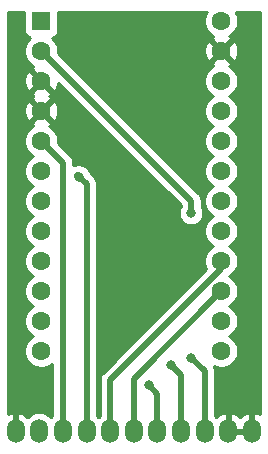
<source format=gbr>
%TF.GenerationSoftware,KiCad,Pcbnew,(5.1.9)-1*%
%TF.CreationDate,2021-12-26T22:52:53-06:00*%
%TF.ProjectId,Saturn for MISTER,53617475-726e-4206-966f-72204d495354,rev?*%
%TF.SameCoordinates,Original*%
%TF.FileFunction,Copper,L2,Bot*%
%TF.FilePolarity,Positive*%
%FSLAX46Y46*%
G04 Gerber Fmt 4.6, Leading zero omitted, Abs format (unit mm)*
G04 Created by KiCad (PCBNEW (5.1.9)-1) date 2021-12-26 22:52:53*
%MOMM*%
%LPD*%
G01*
G04 APERTURE LIST*
%TA.AperFunction,ComponentPad*%
%ADD10O,1.500000X2.000000*%
%TD*%
%TA.AperFunction,ComponentPad*%
%ADD11C,1.600000*%
%TD*%
%TA.AperFunction,ComponentPad*%
%ADD12R,1.600000X1.600000*%
%TD*%
%TA.AperFunction,ViaPad*%
%ADD13C,0.800000*%
%TD*%
%TA.AperFunction,Conductor*%
%ADD14C,0.500000*%
%TD*%
%TA.AperFunction,Conductor*%
%ADD15C,0.254000*%
%TD*%
%TA.AperFunction,Conductor*%
%ADD16C,0.100000*%
%TD*%
G04 APERTURE END LIST*
D10*
%TO.P,Saturn1,1*%
%TO.N,GND*%
X142689560Y-112000000D03*
%TO.P,Saturn1,2*%
%TO.N,+5V*%
X144689560Y-112000000D03*
%TO.P,Saturn1,3*%
%TO.N,/DATA1*%
X146689560Y-112000000D03*
%TO.P,Saturn1,4*%
%TO.N,/DATA0*%
X148689560Y-112000000D03*
%TO.P,Saturn1,5*%
%TO.N,/SEL1*%
X150689560Y-112000000D03*
%TO.P,Saturn1,6*%
%TO.N,/SEL0*%
X152689560Y-112000000D03*
%TO.P,Saturn1,7*%
%TO.N,/TL*%
X154689560Y-112000000D03*
%TO.P,Saturn1,8*%
%TO.N,/DATA3*%
X156689560Y-112000000D03*
%TO.P,Saturn1,9*%
%TO.N,/DATA2*%
X158689560Y-112000000D03*
%TO.P,Saturn1,10*%
%TO.N,GND*%
X160689560Y-112000000D03*
%TO.P,Saturn1,11*%
X162689560Y-112000000D03*
%TD*%
D11*
%TO.P,U1,24*%
%TO.N,Net-(U1-Pad24)*%
X160101280Y-77256640D03*
%TO.P,U1,23*%
%TO.N,GND*%
X160101280Y-79796640D03*
%TO.P,U1,22*%
%TO.N,Net-(U1-Pad22)*%
X160101280Y-82336640D03*
%TO.P,U1,21*%
%TO.N,+5V*%
X160101280Y-84876640D03*
%TO.P,U1,20*%
%TO.N,Net-(U1-Pad20)*%
X160101280Y-87416640D03*
%TO.P,U1,19*%
%TO.N,Net-(U1-Pad19)*%
X160101280Y-89956640D03*
%TO.P,U1,18*%
%TO.N,Net-(U1-Pad18)*%
X160101280Y-92496640D03*
%TO.P,U1,17*%
%TO.N,Net-(U1-Pad17)*%
X160101280Y-95036640D03*
%TO.P,U1,16*%
%TO.N,/SEL1*%
X160101280Y-97576640D03*
%TO.P,U1,15*%
%TO.N,/SEL0*%
X160101280Y-100116640D03*
%TO.P,U1,14*%
%TO.N,Net-(U1-Pad14)*%
X160101280Y-102656640D03*
%TO.P,U1,13*%
%TO.N,Net-(U1-Pad13)*%
X160101280Y-105196640D03*
%TO.P,U1,12*%
%TO.N,Net-(U1-Pad12)*%
X144861280Y-105196640D03*
%TO.P,U1,11*%
%TO.N,Net-(U1-Pad11)*%
X144861280Y-102656640D03*
%TO.P,U1,10*%
%TO.N,Net-(U1-Pad10)*%
X144861280Y-100116640D03*
%TO.P,U1,9*%
%TO.N,Net-(U1-Pad9)*%
X144861280Y-97576640D03*
%TO.P,U1,8*%
%TO.N,Net-(U1-Pad8)*%
X144861280Y-95036640D03*
%TO.P,U1,7*%
%TO.N,/TL*%
X144861280Y-92496640D03*
%TO.P,U1,6*%
%TO.N,/DATA0*%
X144861280Y-89956640D03*
%TO.P,U1,5*%
%TO.N,/DATA1*%
X144861280Y-87416640D03*
%TO.P,U1,4*%
%TO.N,GND*%
X144861280Y-84876640D03*
%TO.P,U1,3*%
X144861280Y-82336640D03*
%TO.P,U1,2*%
%TO.N,/DATA2*%
X144861280Y-79796640D03*
D12*
%TO.P,U1,1*%
%TO.N,/DATA3*%
X144861280Y-77256640D03*
%TD*%
D13*
%TO.N,/TL*%
X153984960Y-108112560D03*
%TO.N,/DATA0*%
X148043900Y-90426540D03*
%TO.N,/DATA2*%
X157546040Y-93517720D03*
X157546040Y-105770680D03*
%TO.N,/DATA3*%
X155839160Y-106370120D03*
%TD*%
D14*
%TO.N,/SEL1*%
X150689560Y-112000000D02*
X150689560Y-107678358D01*
X150689560Y-107678358D02*
X160101280Y-98266638D01*
X160101280Y-98266638D02*
X160101280Y-97576640D01*
%TO.N,/SEL0*%
X160101280Y-100116640D02*
X152689560Y-107528360D01*
X152689560Y-107528360D02*
X152689560Y-112000000D01*
%TO.N,/TL*%
X153984960Y-108112560D02*
X153984960Y-108112560D01*
X154689560Y-108817160D02*
X153984960Y-108112560D01*
X154689560Y-112000000D02*
X154689560Y-108817160D01*
%TO.N,/DATA0*%
X148043900Y-90426540D02*
X147919440Y-90302080D01*
X148689560Y-91072200D02*
X148043900Y-90426540D01*
X148689560Y-112000000D02*
X148689560Y-91072200D01*
%TO.N,/DATA1*%
X146689560Y-112000000D02*
X146689560Y-89244920D01*
X146689560Y-89244920D02*
X144861280Y-87416640D01*
%TO.N,/DATA2*%
X157546040Y-93517720D02*
X157546040Y-92481400D01*
X157546040Y-92481400D02*
X144861280Y-79796640D01*
X157546040Y-105770680D02*
X157535880Y-105760520D01*
X158689560Y-106914200D02*
X157546040Y-105770680D01*
X158689560Y-112000000D02*
X158689560Y-106914200D01*
%TO.N,/DATA3*%
X155839160Y-106370120D02*
X155839160Y-106370120D01*
X156689560Y-107220520D02*
X155839160Y-106370120D01*
X156689560Y-112000000D02*
X156689560Y-107220520D01*
%TD*%
D15*
%TO.N,GND*%
X163359190Y-110527713D02*
X163133796Y-110426513D01*
X163030745Y-110407682D01*
X162816560Y-110530344D01*
X162816560Y-111873000D01*
X162836560Y-111873000D01*
X162836560Y-112127000D01*
X162816560Y-112127000D01*
X162816560Y-112147000D01*
X162562560Y-112147000D01*
X162562560Y-112127000D01*
X160816560Y-112127000D01*
X160816560Y-112147000D01*
X160562560Y-112147000D01*
X160562560Y-112127000D01*
X160542560Y-112127000D01*
X160542560Y-111873000D01*
X160562560Y-111873000D01*
X160562560Y-110530344D01*
X160816560Y-110530344D01*
X160816560Y-111873000D01*
X162562560Y-111873000D01*
X162562560Y-110530344D01*
X162348375Y-110407682D01*
X162245324Y-110426513D01*
X161995660Y-110538610D01*
X161772663Y-110697260D01*
X161689560Y-110785384D01*
X161606457Y-110697260D01*
X161383460Y-110538610D01*
X161133796Y-110426513D01*
X161030745Y-110407682D01*
X160816560Y-110530344D01*
X160562560Y-110530344D01*
X160348375Y-110407682D01*
X160245324Y-110426513D01*
X159995660Y-110538610D01*
X159772663Y-110697260D01*
X159689589Y-110785353D01*
X159673640Y-110765919D01*
X159574560Y-110684606D01*
X159574560Y-106957665D01*
X159578841Y-106914199D01*
X159574560Y-106870733D01*
X159574560Y-106870723D01*
X159561755Y-106740710D01*
X159511149Y-106573887D01*
X159464155Y-106485966D01*
X159682706Y-106576493D01*
X159959945Y-106631640D01*
X160242615Y-106631640D01*
X160519854Y-106576493D01*
X160781007Y-106468320D01*
X161016039Y-106311277D01*
X161215917Y-106111399D01*
X161372960Y-105876367D01*
X161481133Y-105615214D01*
X161536280Y-105337975D01*
X161536280Y-105055305D01*
X161481133Y-104778066D01*
X161372960Y-104516913D01*
X161215917Y-104281881D01*
X161016039Y-104082003D01*
X160783521Y-103926640D01*
X161016039Y-103771277D01*
X161215917Y-103571399D01*
X161372960Y-103336367D01*
X161481133Y-103075214D01*
X161536280Y-102797975D01*
X161536280Y-102515305D01*
X161481133Y-102238066D01*
X161372960Y-101976913D01*
X161215917Y-101741881D01*
X161016039Y-101542003D01*
X160783521Y-101386640D01*
X161016039Y-101231277D01*
X161215917Y-101031399D01*
X161372960Y-100796367D01*
X161481133Y-100535214D01*
X161536280Y-100257975D01*
X161536280Y-99975305D01*
X161481133Y-99698066D01*
X161372960Y-99436913D01*
X161215917Y-99201881D01*
X161016039Y-99002003D01*
X160783521Y-98846640D01*
X161016039Y-98691277D01*
X161215917Y-98491399D01*
X161372960Y-98256367D01*
X161481133Y-97995214D01*
X161536280Y-97717975D01*
X161536280Y-97435305D01*
X161481133Y-97158066D01*
X161372960Y-96896913D01*
X161215917Y-96661881D01*
X161016039Y-96462003D01*
X160783521Y-96306640D01*
X161016039Y-96151277D01*
X161215917Y-95951399D01*
X161372960Y-95716367D01*
X161481133Y-95455214D01*
X161536280Y-95177975D01*
X161536280Y-94895305D01*
X161481133Y-94618066D01*
X161372960Y-94356913D01*
X161215917Y-94121881D01*
X161016039Y-93922003D01*
X160783521Y-93766640D01*
X161016039Y-93611277D01*
X161215917Y-93411399D01*
X161372960Y-93176367D01*
X161481133Y-92915214D01*
X161536280Y-92637975D01*
X161536280Y-92355305D01*
X161481133Y-92078066D01*
X161372960Y-91816913D01*
X161215917Y-91581881D01*
X161016039Y-91382003D01*
X160783521Y-91226640D01*
X161016039Y-91071277D01*
X161215917Y-90871399D01*
X161372960Y-90636367D01*
X161481133Y-90375214D01*
X161536280Y-90097975D01*
X161536280Y-89815305D01*
X161481133Y-89538066D01*
X161372960Y-89276913D01*
X161215917Y-89041881D01*
X161016039Y-88842003D01*
X160783521Y-88686640D01*
X161016039Y-88531277D01*
X161215917Y-88331399D01*
X161372960Y-88096367D01*
X161481133Y-87835214D01*
X161536280Y-87557975D01*
X161536280Y-87275305D01*
X161481133Y-86998066D01*
X161372960Y-86736913D01*
X161215917Y-86501881D01*
X161016039Y-86302003D01*
X160783521Y-86146640D01*
X161016039Y-85991277D01*
X161215917Y-85791399D01*
X161372960Y-85556367D01*
X161481133Y-85295214D01*
X161536280Y-85017975D01*
X161536280Y-84735305D01*
X161481133Y-84458066D01*
X161372960Y-84196913D01*
X161215917Y-83961881D01*
X161016039Y-83762003D01*
X160783521Y-83606640D01*
X161016039Y-83451277D01*
X161215917Y-83251399D01*
X161372960Y-83016367D01*
X161481133Y-82755214D01*
X161536280Y-82477975D01*
X161536280Y-82195305D01*
X161481133Y-81918066D01*
X161372960Y-81656913D01*
X161215917Y-81421881D01*
X161016039Y-81222003D01*
X160782152Y-81065725D01*
X160842794Y-81033311D01*
X160914377Y-80789342D01*
X160101280Y-79976245D01*
X159288183Y-80789342D01*
X159359766Y-81033311D01*
X159424272Y-81063834D01*
X159421553Y-81064960D01*
X159186521Y-81222003D01*
X158986643Y-81421881D01*
X158829600Y-81656913D01*
X158721427Y-81918066D01*
X158666280Y-82195305D01*
X158666280Y-82477975D01*
X158721427Y-82755214D01*
X158829600Y-83016367D01*
X158986643Y-83251399D01*
X159186521Y-83451277D01*
X159419039Y-83606640D01*
X159186521Y-83762003D01*
X158986643Y-83961881D01*
X158829600Y-84196913D01*
X158721427Y-84458066D01*
X158666280Y-84735305D01*
X158666280Y-85017975D01*
X158721427Y-85295214D01*
X158829600Y-85556367D01*
X158986643Y-85791399D01*
X159186521Y-85991277D01*
X159419039Y-86146640D01*
X159186521Y-86302003D01*
X158986643Y-86501881D01*
X158829600Y-86736913D01*
X158721427Y-86998066D01*
X158666280Y-87275305D01*
X158666280Y-87557975D01*
X158721427Y-87835214D01*
X158829600Y-88096367D01*
X158986643Y-88331399D01*
X159186521Y-88531277D01*
X159419039Y-88686640D01*
X159186521Y-88842003D01*
X158986643Y-89041881D01*
X158829600Y-89276913D01*
X158721427Y-89538066D01*
X158666280Y-89815305D01*
X158666280Y-90097975D01*
X158721427Y-90375214D01*
X158829600Y-90636367D01*
X158986643Y-90871399D01*
X159186521Y-91071277D01*
X159419039Y-91226640D01*
X159186521Y-91382003D01*
X158986643Y-91581881D01*
X158829600Y-91816913D01*
X158721427Y-92078066D01*
X158666280Y-92355305D01*
X158666280Y-92637975D01*
X158721427Y-92915214D01*
X158829600Y-93176367D01*
X158986643Y-93411399D01*
X159186521Y-93611277D01*
X159419039Y-93766640D01*
X159186521Y-93922003D01*
X158986643Y-94121881D01*
X158829600Y-94356913D01*
X158721427Y-94618066D01*
X158666280Y-94895305D01*
X158666280Y-95177975D01*
X158721427Y-95455214D01*
X158829600Y-95716367D01*
X158986643Y-95951399D01*
X159186521Y-96151277D01*
X159419039Y-96306640D01*
X159186521Y-96462003D01*
X158986643Y-96661881D01*
X158829600Y-96896913D01*
X158721427Y-97158066D01*
X158666280Y-97435305D01*
X158666280Y-97717975D01*
X158721427Y-97995214D01*
X158829600Y-98256367D01*
X158841765Y-98274574D01*
X150094512Y-107021828D01*
X150060744Y-107049541D01*
X150033031Y-107083309D01*
X150033028Y-107083312D01*
X149950150Y-107184299D01*
X149867972Y-107338045D01*
X149817365Y-107504868D01*
X149800279Y-107678358D01*
X149804561Y-107721837D01*
X149804560Y-110684605D01*
X149705479Y-110765920D01*
X149689560Y-110785317D01*
X149673640Y-110765919D01*
X149574560Y-110684606D01*
X149574560Y-91115665D01*
X149578841Y-91072199D01*
X149574560Y-91028733D01*
X149574560Y-91028723D01*
X149561755Y-90898710D01*
X149511149Y-90731887D01*
X149428971Y-90578141D01*
X149318377Y-90443383D01*
X149284609Y-90415670D01*
X149050435Y-90181496D01*
X149039126Y-90124642D01*
X148961105Y-89936284D01*
X148847837Y-89766766D01*
X148703674Y-89622603D01*
X148534156Y-89509335D01*
X148345798Y-89431314D01*
X148145839Y-89391540D01*
X147941961Y-89391540D01*
X147752360Y-89429254D01*
X147745950Y-89429885D01*
X147579127Y-89480492D01*
X147574560Y-89482933D01*
X147574560Y-89288385D01*
X147578841Y-89244919D01*
X147574560Y-89201453D01*
X147574560Y-89201443D01*
X147561755Y-89071430D01*
X147511149Y-88904607D01*
X147428971Y-88750861D01*
X147404770Y-88721372D01*
X147346092Y-88649873D01*
X147346090Y-88649871D01*
X147318377Y-88616103D01*
X147284609Y-88588390D01*
X146289297Y-87593079D01*
X146296280Y-87557975D01*
X146296280Y-87275305D01*
X146241133Y-86998066D01*
X146132960Y-86736913D01*
X145975917Y-86501881D01*
X145776039Y-86302003D01*
X145542152Y-86145725D01*
X145602794Y-86113311D01*
X145674377Y-85869342D01*
X144861280Y-85056245D01*
X144048183Y-85869342D01*
X144119766Y-86113311D01*
X144184272Y-86143834D01*
X144181553Y-86144960D01*
X143946521Y-86302003D01*
X143746643Y-86501881D01*
X143589600Y-86736913D01*
X143481427Y-86998066D01*
X143426280Y-87275305D01*
X143426280Y-87557975D01*
X143481427Y-87835214D01*
X143589600Y-88096367D01*
X143746643Y-88331399D01*
X143946521Y-88531277D01*
X144179039Y-88686640D01*
X143946521Y-88842003D01*
X143746643Y-89041881D01*
X143589600Y-89276913D01*
X143481427Y-89538066D01*
X143426280Y-89815305D01*
X143426280Y-90097975D01*
X143481427Y-90375214D01*
X143589600Y-90636367D01*
X143746643Y-90871399D01*
X143946521Y-91071277D01*
X144179039Y-91226640D01*
X143946521Y-91382003D01*
X143746643Y-91581881D01*
X143589600Y-91816913D01*
X143481427Y-92078066D01*
X143426280Y-92355305D01*
X143426280Y-92637975D01*
X143481427Y-92915214D01*
X143589600Y-93176367D01*
X143746643Y-93411399D01*
X143946521Y-93611277D01*
X144179039Y-93766640D01*
X143946521Y-93922003D01*
X143746643Y-94121881D01*
X143589600Y-94356913D01*
X143481427Y-94618066D01*
X143426280Y-94895305D01*
X143426280Y-95177975D01*
X143481427Y-95455214D01*
X143589600Y-95716367D01*
X143746643Y-95951399D01*
X143946521Y-96151277D01*
X144179039Y-96306640D01*
X143946521Y-96462003D01*
X143746643Y-96661881D01*
X143589600Y-96896913D01*
X143481427Y-97158066D01*
X143426280Y-97435305D01*
X143426280Y-97717975D01*
X143481427Y-97995214D01*
X143589600Y-98256367D01*
X143746643Y-98491399D01*
X143946521Y-98691277D01*
X144179039Y-98846640D01*
X143946521Y-99002003D01*
X143746643Y-99201881D01*
X143589600Y-99436913D01*
X143481427Y-99698066D01*
X143426280Y-99975305D01*
X143426280Y-100257975D01*
X143481427Y-100535214D01*
X143589600Y-100796367D01*
X143746643Y-101031399D01*
X143946521Y-101231277D01*
X144179039Y-101386640D01*
X143946521Y-101542003D01*
X143746643Y-101741881D01*
X143589600Y-101976913D01*
X143481427Y-102238066D01*
X143426280Y-102515305D01*
X143426280Y-102797975D01*
X143481427Y-103075214D01*
X143589600Y-103336367D01*
X143746643Y-103571399D01*
X143946521Y-103771277D01*
X144179039Y-103926640D01*
X143946521Y-104082003D01*
X143746643Y-104281881D01*
X143589600Y-104516913D01*
X143481427Y-104778066D01*
X143426280Y-105055305D01*
X143426280Y-105337975D01*
X143481427Y-105615214D01*
X143589600Y-105876367D01*
X143746643Y-106111399D01*
X143946521Y-106311277D01*
X144181553Y-106468320D01*
X144442706Y-106576493D01*
X144719945Y-106631640D01*
X145002615Y-106631640D01*
X145279854Y-106576493D01*
X145541007Y-106468320D01*
X145776039Y-106311277D01*
X145804560Y-106282756D01*
X145804560Y-110684606D01*
X145705479Y-110765920D01*
X145689560Y-110785317D01*
X145673640Y-110765919D01*
X145462747Y-110592843D01*
X145222140Y-110464236D01*
X144961066Y-110385040D01*
X144689560Y-110358299D01*
X144418053Y-110385040D01*
X144156979Y-110464236D01*
X143916372Y-110592843D01*
X143705479Y-110765920D01*
X143689531Y-110785353D01*
X143606457Y-110697260D01*
X143383460Y-110538610D01*
X143133796Y-110426513D01*
X143030745Y-110407682D01*
X142816560Y-110530344D01*
X142816560Y-111873000D01*
X142836560Y-111873000D01*
X142836560Y-112127000D01*
X142816560Y-112127000D01*
X142816560Y-112147000D01*
X142562560Y-112147000D01*
X142562560Y-112127000D01*
X142542560Y-112127000D01*
X142542560Y-111873000D01*
X142562560Y-111873000D01*
X142562560Y-110530344D01*
X142348375Y-110407682D01*
X142245324Y-110426513D01*
X142031729Y-110522416D01*
X142035175Y-84947152D01*
X143421063Y-84947152D01*
X143462493Y-85226770D01*
X143557677Y-85492932D01*
X143624609Y-85618154D01*
X143868578Y-85689737D01*
X144681675Y-84876640D01*
X145040885Y-84876640D01*
X145853982Y-85689737D01*
X146097951Y-85618154D01*
X146218851Y-85362644D01*
X146287580Y-85088456D01*
X146301497Y-84806128D01*
X146260067Y-84526510D01*
X146164883Y-84260348D01*
X146097951Y-84135126D01*
X145853982Y-84063543D01*
X145040885Y-84876640D01*
X144681675Y-84876640D01*
X143868578Y-84063543D01*
X143624609Y-84135126D01*
X143503709Y-84390636D01*
X143434980Y-84664824D01*
X143421063Y-84947152D01*
X142035175Y-84947152D01*
X142035392Y-83329342D01*
X144048183Y-83329342D01*
X144119766Y-83573311D01*
X144185916Y-83604611D01*
X144119766Y-83639969D01*
X144048183Y-83883938D01*
X144861280Y-84697035D01*
X145674377Y-83883938D01*
X145602794Y-83639969D01*
X145536644Y-83608669D01*
X145602794Y-83573311D01*
X145674377Y-83329342D01*
X144861280Y-82516245D01*
X144048183Y-83329342D01*
X142035392Y-83329342D01*
X142035517Y-82407152D01*
X143421063Y-82407152D01*
X143462493Y-82686770D01*
X143557677Y-82952932D01*
X143624609Y-83078154D01*
X143868578Y-83149737D01*
X144681675Y-82336640D01*
X143868578Y-81523543D01*
X143624609Y-81595126D01*
X143503709Y-81850636D01*
X143434980Y-82124824D01*
X143421063Y-82407152D01*
X142035517Y-82407152D01*
X142036313Y-76503956D01*
X143423208Y-76503023D01*
X143423208Y-78056640D01*
X143435468Y-78181122D01*
X143471778Y-78300820D01*
X143530743Y-78411134D01*
X143610095Y-78507825D01*
X143706786Y-78587177D01*
X143817100Y-78646142D01*
X143936798Y-78682452D01*
X143945241Y-78683283D01*
X143746643Y-78881881D01*
X143589600Y-79116913D01*
X143481427Y-79378066D01*
X143426280Y-79655305D01*
X143426280Y-79937975D01*
X143481427Y-80215214D01*
X143589600Y-80476367D01*
X143746643Y-80711399D01*
X143946521Y-80911277D01*
X144180408Y-81067555D01*
X144119766Y-81099969D01*
X144048183Y-81343938D01*
X144861280Y-82157035D01*
X144875423Y-82142893D01*
X145055028Y-82322498D01*
X145040885Y-82336640D01*
X145853982Y-83149737D01*
X146097951Y-83078154D01*
X146218851Y-82822644D01*
X146287580Y-82548456D01*
X146291053Y-82477992D01*
X156661041Y-92847980D01*
X156661041Y-92979265D01*
X156628835Y-93027464D01*
X156550814Y-93215822D01*
X156511040Y-93415781D01*
X156511040Y-93619659D01*
X156550814Y-93819618D01*
X156628835Y-94007976D01*
X156742103Y-94177494D01*
X156886266Y-94321657D01*
X157055784Y-94434925D01*
X157244142Y-94512946D01*
X157444101Y-94552720D01*
X157647979Y-94552720D01*
X157847938Y-94512946D01*
X158036296Y-94434925D01*
X158205814Y-94321657D01*
X158349977Y-94177494D01*
X158463245Y-94007976D01*
X158541266Y-93819618D01*
X158581040Y-93619659D01*
X158581040Y-93415781D01*
X158541266Y-93215822D01*
X158463245Y-93027464D01*
X158431040Y-92979266D01*
X158431040Y-92524869D01*
X158435321Y-92481400D01*
X158431040Y-92437931D01*
X158431040Y-92437923D01*
X158418235Y-92307910D01*
X158367629Y-92141087D01*
X158367629Y-92141086D01*
X158285451Y-91987341D01*
X158202572Y-91886353D01*
X158202570Y-91886351D01*
X158174857Y-91852583D01*
X158141089Y-91824870D01*
X146289297Y-79973079D01*
X146296280Y-79937975D01*
X146296280Y-79867152D01*
X158661063Y-79867152D01*
X158702493Y-80146770D01*
X158797677Y-80412932D01*
X158864609Y-80538154D01*
X159108578Y-80609737D01*
X159921675Y-79796640D01*
X160280885Y-79796640D01*
X161093982Y-80609737D01*
X161337951Y-80538154D01*
X161458851Y-80282644D01*
X161527580Y-80008456D01*
X161541497Y-79726128D01*
X161500067Y-79446510D01*
X161404883Y-79180348D01*
X161337951Y-79055126D01*
X161093982Y-78983543D01*
X160280885Y-79796640D01*
X159921675Y-79796640D01*
X159108578Y-78983543D01*
X158864609Y-79055126D01*
X158743709Y-79310636D01*
X158674980Y-79584824D01*
X158661063Y-79867152D01*
X146296280Y-79867152D01*
X146296280Y-79655305D01*
X146241133Y-79378066D01*
X146132960Y-79116913D01*
X145975917Y-78881881D01*
X145777319Y-78683283D01*
X145785762Y-78682452D01*
X145905460Y-78646142D01*
X146015774Y-78587177D01*
X146112465Y-78507825D01*
X146191817Y-78411134D01*
X146250782Y-78300820D01*
X146287092Y-78181122D01*
X146299352Y-78056640D01*
X146299352Y-76501088D01*
X158885921Y-76492622D01*
X158829600Y-76576913D01*
X158721427Y-76838066D01*
X158666280Y-77115305D01*
X158666280Y-77397975D01*
X158721427Y-77675214D01*
X158829600Y-77936367D01*
X158986643Y-78171399D01*
X159186521Y-78371277D01*
X159420408Y-78527555D01*
X159359766Y-78559969D01*
X159288183Y-78803938D01*
X160101280Y-79617035D01*
X160914377Y-78803938D01*
X160842794Y-78559969D01*
X160778288Y-78529446D01*
X160781007Y-78528320D01*
X161016039Y-78371277D01*
X161215917Y-78171399D01*
X161372960Y-77936367D01*
X161481133Y-77675214D01*
X161536280Y-77397975D01*
X161536280Y-77115305D01*
X161481133Y-76838066D01*
X161372960Y-76576913D01*
X161315547Y-76490988D01*
X163372934Y-76489604D01*
X163359190Y-110527713D01*
%TA.AperFunction,Conductor*%
D16*
G36*
X163359190Y-110527713D02*
G01*
X163133796Y-110426513D01*
X163030745Y-110407682D01*
X162816560Y-110530344D01*
X162816560Y-111873000D01*
X162836560Y-111873000D01*
X162836560Y-112127000D01*
X162816560Y-112127000D01*
X162816560Y-112147000D01*
X162562560Y-112147000D01*
X162562560Y-112127000D01*
X160816560Y-112127000D01*
X160816560Y-112147000D01*
X160562560Y-112147000D01*
X160562560Y-112127000D01*
X160542560Y-112127000D01*
X160542560Y-111873000D01*
X160562560Y-111873000D01*
X160562560Y-110530344D01*
X160816560Y-110530344D01*
X160816560Y-111873000D01*
X162562560Y-111873000D01*
X162562560Y-110530344D01*
X162348375Y-110407682D01*
X162245324Y-110426513D01*
X161995660Y-110538610D01*
X161772663Y-110697260D01*
X161689560Y-110785384D01*
X161606457Y-110697260D01*
X161383460Y-110538610D01*
X161133796Y-110426513D01*
X161030745Y-110407682D01*
X160816560Y-110530344D01*
X160562560Y-110530344D01*
X160348375Y-110407682D01*
X160245324Y-110426513D01*
X159995660Y-110538610D01*
X159772663Y-110697260D01*
X159689589Y-110785353D01*
X159673640Y-110765919D01*
X159574560Y-110684606D01*
X159574560Y-106957665D01*
X159578841Y-106914199D01*
X159574560Y-106870733D01*
X159574560Y-106870723D01*
X159561755Y-106740710D01*
X159511149Y-106573887D01*
X159464155Y-106485966D01*
X159682706Y-106576493D01*
X159959945Y-106631640D01*
X160242615Y-106631640D01*
X160519854Y-106576493D01*
X160781007Y-106468320D01*
X161016039Y-106311277D01*
X161215917Y-106111399D01*
X161372960Y-105876367D01*
X161481133Y-105615214D01*
X161536280Y-105337975D01*
X161536280Y-105055305D01*
X161481133Y-104778066D01*
X161372960Y-104516913D01*
X161215917Y-104281881D01*
X161016039Y-104082003D01*
X160783521Y-103926640D01*
X161016039Y-103771277D01*
X161215917Y-103571399D01*
X161372960Y-103336367D01*
X161481133Y-103075214D01*
X161536280Y-102797975D01*
X161536280Y-102515305D01*
X161481133Y-102238066D01*
X161372960Y-101976913D01*
X161215917Y-101741881D01*
X161016039Y-101542003D01*
X160783521Y-101386640D01*
X161016039Y-101231277D01*
X161215917Y-101031399D01*
X161372960Y-100796367D01*
X161481133Y-100535214D01*
X161536280Y-100257975D01*
X161536280Y-99975305D01*
X161481133Y-99698066D01*
X161372960Y-99436913D01*
X161215917Y-99201881D01*
X161016039Y-99002003D01*
X160783521Y-98846640D01*
X161016039Y-98691277D01*
X161215917Y-98491399D01*
X161372960Y-98256367D01*
X161481133Y-97995214D01*
X161536280Y-97717975D01*
X161536280Y-97435305D01*
X161481133Y-97158066D01*
X161372960Y-96896913D01*
X161215917Y-96661881D01*
X161016039Y-96462003D01*
X160783521Y-96306640D01*
X161016039Y-96151277D01*
X161215917Y-95951399D01*
X161372960Y-95716367D01*
X161481133Y-95455214D01*
X161536280Y-95177975D01*
X161536280Y-94895305D01*
X161481133Y-94618066D01*
X161372960Y-94356913D01*
X161215917Y-94121881D01*
X161016039Y-93922003D01*
X160783521Y-93766640D01*
X161016039Y-93611277D01*
X161215917Y-93411399D01*
X161372960Y-93176367D01*
X161481133Y-92915214D01*
X161536280Y-92637975D01*
X161536280Y-92355305D01*
X161481133Y-92078066D01*
X161372960Y-91816913D01*
X161215917Y-91581881D01*
X161016039Y-91382003D01*
X160783521Y-91226640D01*
X161016039Y-91071277D01*
X161215917Y-90871399D01*
X161372960Y-90636367D01*
X161481133Y-90375214D01*
X161536280Y-90097975D01*
X161536280Y-89815305D01*
X161481133Y-89538066D01*
X161372960Y-89276913D01*
X161215917Y-89041881D01*
X161016039Y-88842003D01*
X160783521Y-88686640D01*
X161016039Y-88531277D01*
X161215917Y-88331399D01*
X161372960Y-88096367D01*
X161481133Y-87835214D01*
X161536280Y-87557975D01*
X161536280Y-87275305D01*
X161481133Y-86998066D01*
X161372960Y-86736913D01*
X161215917Y-86501881D01*
X161016039Y-86302003D01*
X160783521Y-86146640D01*
X161016039Y-85991277D01*
X161215917Y-85791399D01*
X161372960Y-85556367D01*
X161481133Y-85295214D01*
X161536280Y-85017975D01*
X161536280Y-84735305D01*
X161481133Y-84458066D01*
X161372960Y-84196913D01*
X161215917Y-83961881D01*
X161016039Y-83762003D01*
X160783521Y-83606640D01*
X161016039Y-83451277D01*
X161215917Y-83251399D01*
X161372960Y-83016367D01*
X161481133Y-82755214D01*
X161536280Y-82477975D01*
X161536280Y-82195305D01*
X161481133Y-81918066D01*
X161372960Y-81656913D01*
X161215917Y-81421881D01*
X161016039Y-81222003D01*
X160782152Y-81065725D01*
X160842794Y-81033311D01*
X160914377Y-80789342D01*
X160101280Y-79976245D01*
X159288183Y-80789342D01*
X159359766Y-81033311D01*
X159424272Y-81063834D01*
X159421553Y-81064960D01*
X159186521Y-81222003D01*
X158986643Y-81421881D01*
X158829600Y-81656913D01*
X158721427Y-81918066D01*
X158666280Y-82195305D01*
X158666280Y-82477975D01*
X158721427Y-82755214D01*
X158829600Y-83016367D01*
X158986643Y-83251399D01*
X159186521Y-83451277D01*
X159419039Y-83606640D01*
X159186521Y-83762003D01*
X158986643Y-83961881D01*
X158829600Y-84196913D01*
X158721427Y-84458066D01*
X158666280Y-84735305D01*
X158666280Y-85017975D01*
X158721427Y-85295214D01*
X158829600Y-85556367D01*
X158986643Y-85791399D01*
X159186521Y-85991277D01*
X159419039Y-86146640D01*
X159186521Y-86302003D01*
X158986643Y-86501881D01*
X158829600Y-86736913D01*
X158721427Y-86998066D01*
X158666280Y-87275305D01*
X158666280Y-87557975D01*
X158721427Y-87835214D01*
X158829600Y-88096367D01*
X158986643Y-88331399D01*
X159186521Y-88531277D01*
X159419039Y-88686640D01*
X159186521Y-88842003D01*
X158986643Y-89041881D01*
X158829600Y-89276913D01*
X158721427Y-89538066D01*
X158666280Y-89815305D01*
X158666280Y-90097975D01*
X158721427Y-90375214D01*
X158829600Y-90636367D01*
X158986643Y-90871399D01*
X159186521Y-91071277D01*
X159419039Y-91226640D01*
X159186521Y-91382003D01*
X158986643Y-91581881D01*
X158829600Y-91816913D01*
X158721427Y-92078066D01*
X158666280Y-92355305D01*
X158666280Y-92637975D01*
X158721427Y-92915214D01*
X158829600Y-93176367D01*
X158986643Y-93411399D01*
X159186521Y-93611277D01*
X159419039Y-93766640D01*
X159186521Y-93922003D01*
X158986643Y-94121881D01*
X158829600Y-94356913D01*
X158721427Y-94618066D01*
X158666280Y-94895305D01*
X158666280Y-95177975D01*
X158721427Y-95455214D01*
X158829600Y-95716367D01*
X158986643Y-95951399D01*
X159186521Y-96151277D01*
X159419039Y-96306640D01*
X159186521Y-96462003D01*
X158986643Y-96661881D01*
X158829600Y-96896913D01*
X158721427Y-97158066D01*
X158666280Y-97435305D01*
X158666280Y-97717975D01*
X158721427Y-97995214D01*
X158829600Y-98256367D01*
X158841765Y-98274574D01*
X150094512Y-107021828D01*
X150060744Y-107049541D01*
X150033031Y-107083309D01*
X150033028Y-107083312D01*
X149950150Y-107184299D01*
X149867972Y-107338045D01*
X149817365Y-107504868D01*
X149800279Y-107678358D01*
X149804561Y-107721837D01*
X149804560Y-110684605D01*
X149705479Y-110765920D01*
X149689560Y-110785317D01*
X149673640Y-110765919D01*
X149574560Y-110684606D01*
X149574560Y-91115665D01*
X149578841Y-91072199D01*
X149574560Y-91028733D01*
X149574560Y-91028723D01*
X149561755Y-90898710D01*
X149511149Y-90731887D01*
X149428971Y-90578141D01*
X149318377Y-90443383D01*
X149284609Y-90415670D01*
X149050435Y-90181496D01*
X149039126Y-90124642D01*
X148961105Y-89936284D01*
X148847837Y-89766766D01*
X148703674Y-89622603D01*
X148534156Y-89509335D01*
X148345798Y-89431314D01*
X148145839Y-89391540D01*
X147941961Y-89391540D01*
X147752360Y-89429254D01*
X147745950Y-89429885D01*
X147579127Y-89480492D01*
X147574560Y-89482933D01*
X147574560Y-89288385D01*
X147578841Y-89244919D01*
X147574560Y-89201453D01*
X147574560Y-89201443D01*
X147561755Y-89071430D01*
X147511149Y-88904607D01*
X147428971Y-88750861D01*
X147404770Y-88721372D01*
X147346092Y-88649873D01*
X147346090Y-88649871D01*
X147318377Y-88616103D01*
X147284609Y-88588390D01*
X146289297Y-87593079D01*
X146296280Y-87557975D01*
X146296280Y-87275305D01*
X146241133Y-86998066D01*
X146132960Y-86736913D01*
X145975917Y-86501881D01*
X145776039Y-86302003D01*
X145542152Y-86145725D01*
X145602794Y-86113311D01*
X145674377Y-85869342D01*
X144861280Y-85056245D01*
X144048183Y-85869342D01*
X144119766Y-86113311D01*
X144184272Y-86143834D01*
X144181553Y-86144960D01*
X143946521Y-86302003D01*
X143746643Y-86501881D01*
X143589600Y-86736913D01*
X143481427Y-86998066D01*
X143426280Y-87275305D01*
X143426280Y-87557975D01*
X143481427Y-87835214D01*
X143589600Y-88096367D01*
X143746643Y-88331399D01*
X143946521Y-88531277D01*
X144179039Y-88686640D01*
X143946521Y-88842003D01*
X143746643Y-89041881D01*
X143589600Y-89276913D01*
X143481427Y-89538066D01*
X143426280Y-89815305D01*
X143426280Y-90097975D01*
X143481427Y-90375214D01*
X143589600Y-90636367D01*
X143746643Y-90871399D01*
X143946521Y-91071277D01*
X144179039Y-91226640D01*
X143946521Y-91382003D01*
X143746643Y-91581881D01*
X143589600Y-91816913D01*
X143481427Y-92078066D01*
X143426280Y-92355305D01*
X143426280Y-92637975D01*
X143481427Y-92915214D01*
X143589600Y-93176367D01*
X143746643Y-93411399D01*
X143946521Y-93611277D01*
X144179039Y-93766640D01*
X143946521Y-93922003D01*
X143746643Y-94121881D01*
X143589600Y-94356913D01*
X143481427Y-94618066D01*
X143426280Y-94895305D01*
X143426280Y-95177975D01*
X143481427Y-95455214D01*
X143589600Y-95716367D01*
X143746643Y-95951399D01*
X143946521Y-96151277D01*
X144179039Y-96306640D01*
X143946521Y-96462003D01*
X143746643Y-96661881D01*
X143589600Y-96896913D01*
X143481427Y-97158066D01*
X143426280Y-97435305D01*
X143426280Y-97717975D01*
X143481427Y-97995214D01*
X143589600Y-98256367D01*
X143746643Y-98491399D01*
X143946521Y-98691277D01*
X144179039Y-98846640D01*
X143946521Y-99002003D01*
X143746643Y-99201881D01*
X143589600Y-99436913D01*
X143481427Y-99698066D01*
X143426280Y-99975305D01*
X143426280Y-100257975D01*
X143481427Y-100535214D01*
X143589600Y-100796367D01*
X143746643Y-101031399D01*
X143946521Y-101231277D01*
X144179039Y-101386640D01*
X143946521Y-101542003D01*
X143746643Y-101741881D01*
X143589600Y-101976913D01*
X143481427Y-102238066D01*
X143426280Y-102515305D01*
X143426280Y-102797975D01*
X143481427Y-103075214D01*
X143589600Y-103336367D01*
X143746643Y-103571399D01*
X143946521Y-103771277D01*
X144179039Y-103926640D01*
X143946521Y-104082003D01*
X143746643Y-104281881D01*
X143589600Y-104516913D01*
X143481427Y-104778066D01*
X143426280Y-105055305D01*
X143426280Y-105337975D01*
X143481427Y-105615214D01*
X143589600Y-105876367D01*
X143746643Y-106111399D01*
X143946521Y-106311277D01*
X144181553Y-106468320D01*
X144442706Y-106576493D01*
X144719945Y-106631640D01*
X145002615Y-106631640D01*
X145279854Y-106576493D01*
X145541007Y-106468320D01*
X145776039Y-106311277D01*
X145804560Y-106282756D01*
X145804560Y-110684606D01*
X145705479Y-110765920D01*
X145689560Y-110785317D01*
X145673640Y-110765919D01*
X145462747Y-110592843D01*
X145222140Y-110464236D01*
X144961066Y-110385040D01*
X144689560Y-110358299D01*
X144418053Y-110385040D01*
X144156979Y-110464236D01*
X143916372Y-110592843D01*
X143705479Y-110765920D01*
X143689531Y-110785353D01*
X143606457Y-110697260D01*
X143383460Y-110538610D01*
X143133796Y-110426513D01*
X143030745Y-110407682D01*
X142816560Y-110530344D01*
X142816560Y-111873000D01*
X142836560Y-111873000D01*
X142836560Y-112127000D01*
X142816560Y-112127000D01*
X142816560Y-112147000D01*
X142562560Y-112147000D01*
X142562560Y-112127000D01*
X142542560Y-112127000D01*
X142542560Y-111873000D01*
X142562560Y-111873000D01*
X142562560Y-110530344D01*
X142348375Y-110407682D01*
X142245324Y-110426513D01*
X142031729Y-110522416D01*
X142035175Y-84947152D01*
X143421063Y-84947152D01*
X143462493Y-85226770D01*
X143557677Y-85492932D01*
X143624609Y-85618154D01*
X143868578Y-85689737D01*
X144681675Y-84876640D01*
X145040885Y-84876640D01*
X145853982Y-85689737D01*
X146097951Y-85618154D01*
X146218851Y-85362644D01*
X146287580Y-85088456D01*
X146301497Y-84806128D01*
X146260067Y-84526510D01*
X146164883Y-84260348D01*
X146097951Y-84135126D01*
X145853982Y-84063543D01*
X145040885Y-84876640D01*
X144681675Y-84876640D01*
X143868578Y-84063543D01*
X143624609Y-84135126D01*
X143503709Y-84390636D01*
X143434980Y-84664824D01*
X143421063Y-84947152D01*
X142035175Y-84947152D01*
X142035392Y-83329342D01*
X144048183Y-83329342D01*
X144119766Y-83573311D01*
X144185916Y-83604611D01*
X144119766Y-83639969D01*
X144048183Y-83883938D01*
X144861280Y-84697035D01*
X145674377Y-83883938D01*
X145602794Y-83639969D01*
X145536644Y-83608669D01*
X145602794Y-83573311D01*
X145674377Y-83329342D01*
X144861280Y-82516245D01*
X144048183Y-83329342D01*
X142035392Y-83329342D01*
X142035517Y-82407152D01*
X143421063Y-82407152D01*
X143462493Y-82686770D01*
X143557677Y-82952932D01*
X143624609Y-83078154D01*
X143868578Y-83149737D01*
X144681675Y-82336640D01*
X143868578Y-81523543D01*
X143624609Y-81595126D01*
X143503709Y-81850636D01*
X143434980Y-82124824D01*
X143421063Y-82407152D01*
X142035517Y-82407152D01*
X142036313Y-76503956D01*
X143423208Y-76503023D01*
X143423208Y-78056640D01*
X143435468Y-78181122D01*
X143471778Y-78300820D01*
X143530743Y-78411134D01*
X143610095Y-78507825D01*
X143706786Y-78587177D01*
X143817100Y-78646142D01*
X143936798Y-78682452D01*
X143945241Y-78683283D01*
X143746643Y-78881881D01*
X143589600Y-79116913D01*
X143481427Y-79378066D01*
X143426280Y-79655305D01*
X143426280Y-79937975D01*
X143481427Y-80215214D01*
X143589600Y-80476367D01*
X143746643Y-80711399D01*
X143946521Y-80911277D01*
X144180408Y-81067555D01*
X144119766Y-81099969D01*
X144048183Y-81343938D01*
X144861280Y-82157035D01*
X144875423Y-82142893D01*
X145055028Y-82322498D01*
X145040885Y-82336640D01*
X145853982Y-83149737D01*
X146097951Y-83078154D01*
X146218851Y-82822644D01*
X146287580Y-82548456D01*
X146291053Y-82477992D01*
X156661041Y-92847980D01*
X156661041Y-92979265D01*
X156628835Y-93027464D01*
X156550814Y-93215822D01*
X156511040Y-93415781D01*
X156511040Y-93619659D01*
X156550814Y-93819618D01*
X156628835Y-94007976D01*
X156742103Y-94177494D01*
X156886266Y-94321657D01*
X157055784Y-94434925D01*
X157244142Y-94512946D01*
X157444101Y-94552720D01*
X157647979Y-94552720D01*
X157847938Y-94512946D01*
X158036296Y-94434925D01*
X158205814Y-94321657D01*
X158349977Y-94177494D01*
X158463245Y-94007976D01*
X158541266Y-93819618D01*
X158581040Y-93619659D01*
X158581040Y-93415781D01*
X158541266Y-93215822D01*
X158463245Y-93027464D01*
X158431040Y-92979266D01*
X158431040Y-92524869D01*
X158435321Y-92481400D01*
X158431040Y-92437931D01*
X158431040Y-92437923D01*
X158418235Y-92307910D01*
X158367629Y-92141087D01*
X158367629Y-92141086D01*
X158285451Y-91987341D01*
X158202572Y-91886353D01*
X158202570Y-91886351D01*
X158174857Y-91852583D01*
X158141089Y-91824870D01*
X146289297Y-79973079D01*
X146296280Y-79937975D01*
X146296280Y-79867152D01*
X158661063Y-79867152D01*
X158702493Y-80146770D01*
X158797677Y-80412932D01*
X158864609Y-80538154D01*
X159108578Y-80609737D01*
X159921675Y-79796640D01*
X160280885Y-79796640D01*
X161093982Y-80609737D01*
X161337951Y-80538154D01*
X161458851Y-80282644D01*
X161527580Y-80008456D01*
X161541497Y-79726128D01*
X161500067Y-79446510D01*
X161404883Y-79180348D01*
X161337951Y-79055126D01*
X161093982Y-78983543D01*
X160280885Y-79796640D01*
X159921675Y-79796640D01*
X159108578Y-78983543D01*
X158864609Y-79055126D01*
X158743709Y-79310636D01*
X158674980Y-79584824D01*
X158661063Y-79867152D01*
X146296280Y-79867152D01*
X146296280Y-79655305D01*
X146241133Y-79378066D01*
X146132960Y-79116913D01*
X145975917Y-78881881D01*
X145777319Y-78683283D01*
X145785762Y-78682452D01*
X145905460Y-78646142D01*
X146015774Y-78587177D01*
X146112465Y-78507825D01*
X146191817Y-78411134D01*
X146250782Y-78300820D01*
X146287092Y-78181122D01*
X146299352Y-78056640D01*
X146299352Y-76501088D01*
X158885921Y-76492622D01*
X158829600Y-76576913D01*
X158721427Y-76838066D01*
X158666280Y-77115305D01*
X158666280Y-77397975D01*
X158721427Y-77675214D01*
X158829600Y-77936367D01*
X158986643Y-78171399D01*
X159186521Y-78371277D01*
X159420408Y-78527555D01*
X159359766Y-78559969D01*
X159288183Y-78803938D01*
X160101280Y-79617035D01*
X160914377Y-78803938D01*
X160842794Y-78559969D01*
X160778288Y-78529446D01*
X160781007Y-78528320D01*
X161016039Y-78371277D01*
X161215917Y-78171399D01*
X161372960Y-77936367D01*
X161481133Y-77675214D01*
X161536280Y-77397975D01*
X161536280Y-77115305D01*
X161481133Y-76838066D01*
X161372960Y-76576913D01*
X161315547Y-76490988D01*
X163372934Y-76489604D01*
X163359190Y-110527713D01*
G37*
%TD.AperFunction*%
%TD*%
M02*

</source>
